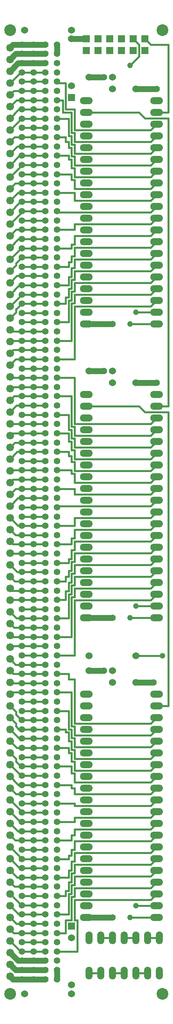
<source format=gbr>
G04 DesignSpark PCB Gerber Version 13.0 Build *
%FSLAX35Y35*%
%MOIN*%
%ADD28O,0.06000X0.11000*%
%ADD19R,0.06000X0.06000*%
%ADD14C,0.01500*%
%ADD15C,0.04800*%
%ADD12C,0.05000*%
%ADD71C,0.05512*%
%ADD13C,0.05600*%
%ADD70C,0.06000*%
%ADD18C,0.06614*%
%ADD16C,0.10000*%
%ADD17O,0.11000X0.06000*%
X0Y0D02*
D02*
D12*
X29221Y25112D02*
X21859D01*
X19221Y27750D01*
X29221Y32986D02*
X23985D01*
X19221Y37750D01*
X29221Y40860D02*
X26111D01*
X19221Y47750D01*
X29221Y804640D02*
X26111D01*
X19221Y797750D01*
X29221Y812514D02*
X23985D01*
X19221Y807750D01*
X29221Y820388D02*
X21859D01*
X19221Y817750D01*
X39221Y25112D02*
X29221D01*
X39221Y32986D02*
X29221D01*
X39221Y40860D02*
X29221D01*
X39221Y804640D02*
X29221D01*
X39221Y812514D02*
X29221D01*
X39221Y820388D02*
X29221D01*
X49221Y25112D02*
X39221D01*
X49221Y32986D02*
X39221D01*
X49221Y40860D02*
X39221D01*
X49221Y804640D02*
X39221D01*
X49221Y812514D02*
X39221D01*
X49221Y820388D02*
X39221D01*
X59221Y32986D02*
Y25112D01*
Y820388D02*
Y812514D01*
X84221Y332750D02*
X106721D01*
X84221Y582750D02*
X106721D01*
X84221Y825250D02*
X71721D01*
X99221Y287750D02*
X86721D01*
X99221Y542750D02*
X86721D01*
X99221Y792750D02*
X86721D01*
X106721Y77750D02*
X84221D01*
X126721Y277750D02*
X141721D01*
X126721Y532750D02*
X144221D01*
X126721Y782750D02*
X144221D01*
D02*
D13*
X99221Y287750D03*
Y542750D03*
Y792750D03*
X106721Y77750D03*
Y332750D03*
Y582750D03*
X141721Y277750D03*
X144221Y532750D03*
Y782750D03*
D02*
D14*
X19221Y587750D02*
X24221Y592750D01*
Y595250D01*
X24556D01*
X29221Y599915D01*
X19221Y627750D02*
X24221Y632750D01*
Y634285D01*
X29221Y639285D01*
Y48734D02*
X28237D01*
X19221Y57750D01*
X29221Y64482D02*
X22489D01*
X19221Y67750D01*
X29221Y72356D02*
X24615D01*
X19221Y77750D01*
X29221Y80230D02*
X26741D01*
X19221Y87750D01*
X29221Y88104D02*
X28867D01*
X19221Y97750D01*
X29221Y103852D02*
X23119D01*
X19221Y107750D01*
X29221Y111726D02*
X25245D01*
X19221Y117750D01*
X29221Y119600D02*
X27371D01*
X19221Y127750D01*
X29221Y127474D02*
Y127750D01*
X19221Y137750D01*
X29221Y143222D02*
X23749D01*
X19221Y147750D01*
X29221Y151096D02*
X25875D01*
X19221Y157750D01*
X29221Y158970D02*
X28001D01*
X19221Y167750D01*
X29221Y166844D02*
Y167750D01*
X19221Y177750D01*
X29221Y182593D02*
X24379D01*
X19221Y187750D01*
X29221Y190467D02*
X26505D01*
X19221Y197750D01*
X29221Y198341D02*
X28631D01*
X19221Y207750D01*
X29221Y206215D02*
X28257D01*
X24221Y210250D01*
Y212750D01*
X19221Y217750D01*
X29221Y221963D02*
X25009D01*
X19221Y227750D01*
X29221Y229837D02*
X27135D01*
X19221Y237750D01*
X29221Y237711D02*
X26761D01*
X24221Y240250D01*
Y242750D01*
X19221Y247750D01*
X29221Y245585D02*
X28887D01*
X24221Y250250D01*
Y252750D01*
X19221Y257750D01*
X29221Y269207D02*
X20678D01*
X19221Y267750D01*
X29221Y277081D02*
X19891D01*
X19221Y277750D01*
X29221Y284955D02*
X22017D01*
X19221Y287750D01*
X29221Y292829D02*
X24143D01*
X19221Y297750D01*
X29221Y308577D02*
X20048D01*
X19221Y307750D01*
X29221Y316451D02*
X20520D01*
X19221Y317750D01*
X29221Y324325D02*
X22646D01*
X19221Y327750D01*
X29221Y332199D02*
X24772D01*
X19221Y337750D01*
X29221Y347947D02*
X19418D01*
X19221Y347750D01*
X29221Y355821D02*
X21150D01*
X19221Y357750D01*
X29221Y363695D02*
X23276D01*
X19221Y367750D01*
X29221Y371569D02*
X25402D01*
X19221Y377750D01*
X29221Y387317D02*
X19654D01*
X19221Y387750D01*
X29221Y395191D02*
X21780D01*
X19221Y397750D01*
X29221Y403065D02*
X23906D01*
X19221Y407750D01*
X29221Y410939D02*
X26032D01*
X19221Y417750D01*
X29221Y434561D02*
X26032D01*
X19221Y427750D01*
X29221Y442435D02*
X23906D01*
X19221Y437750D01*
X29221Y450309D02*
X21780D01*
X19221Y447750D01*
X29221Y458183D02*
X19654D01*
X19221Y457750D01*
X29221Y473931D02*
X25402D01*
X19221Y467750D01*
X29221Y481805D02*
X23276D01*
X19221Y477750D01*
X29221Y489679D02*
X21150D01*
X19221Y487750D01*
X29221Y497553D02*
X19418D01*
X19221Y497750D01*
X29221Y513301D02*
X24772D01*
X19221Y507750D01*
X29221Y521175D02*
X22646D01*
X19221Y517750D01*
X29221Y529049D02*
X20520D01*
X19221Y527750D01*
X29221Y536923D02*
X20048D01*
X19221Y537750D01*
X29221Y552671D02*
X24143D01*
X19221Y547750D01*
X29221Y560545D02*
X22017D01*
X19221Y557750D01*
X29221Y568419D02*
X19891D01*
X19221Y567750D01*
X29221Y576293D02*
X20678D01*
X19221Y577750D01*
X29221Y607789D02*
Y607750D01*
X19221Y597750D01*
X29221Y615663D02*
X27135D01*
X19221Y607750D01*
X29221Y623537D02*
X25009D01*
X19221Y617750D01*
X29221Y647159D02*
X28631D01*
X19221Y637750D01*
X29221Y655033D02*
X26505D01*
X19221Y647750D01*
X29221Y662907D02*
X24379D01*
X19221Y657750D01*
X29221Y678656D02*
Y677750D01*
X19221Y667750D01*
X29221Y686530D02*
X28001D01*
X19221Y677750D01*
X29221Y694404D02*
X25875D01*
X19221Y687750D01*
X29221Y702278D02*
X23749D01*
X19221Y697750D01*
X29221Y718026D02*
Y717750D01*
X19221Y707750D01*
X29221Y725900D02*
X27371D01*
X19221Y717750D01*
X29221Y733774D02*
X25245D01*
X19221Y727750D01*
X29221Y741648D02*
X23119D01*
X19221Y737750D01*
X29221Y757396D02*
X28867D01*
X19221Y747750D01*
X29221Y765270D02*
X26741D01*
X19221Y757750D01*
X29221Y773144D02*
X24615D01*
X19221Y767750D01*
X29221Y781018D02*
X22489D01*
X19221Y777750D01*
X29221Y796766D02*
X28237D01*
X19221Y787750D01*
X39221Y48734D02*
X29221D01*
X39221Y56608D02*
X29221D01*
X39221Y64482D02*
X29221D01*
X39221Y72356D02*
X29221D01*
X39221Y80230D02*
X29221D01*
X39221Y88104D02*
X29221D01*
X39221Y95978D02*
X29221D01*
X39221Y103852D02*
X29221D01*
X39221Y111726D02*
X29221D01*
X39221Y119600D02*
X29221D01*
X39221Y127474D02*
X29221D01*
X39221Y135348D02*
X29221D01*
X39221Y143222D02*
X29221D01*
X39221Y151096D02*
X29221D01*
X39221Y158970D02*
X29221D01*
X39221Y166844D02*
X29221D01*
X39221Y174719D02*
X29221D01*
X39221Y182593D02*
X29221D01*
X39221Y190467D02*
X29221D01*
X39221Y198341D02*
X29221D01*
X39221Y206215D02*
X29221D01*
X39221Y214089D02*
X29221D01*
X39221Y221963D02*
X29221D01*
X39221Y229837D02*
X29221D01*
X39221Y237711D02*
X29221D01*
X39221Y245585D02*
X29221D01*
X39221Y253459D02*
X29221D01*
X39221Y261333D02*
X29221D01*
X39221Y269207D02*
X29221D01*
X39221Y277081D02*
X29221D01*
X39221Y284955D02*
X29221D01*
X39221Y292829D02*
X29221D01*
X39221Y300703D02*
X29221D01*
X39221Y308577D02*
X29221D01*
X39221Y316451D02*
X29221D01*
X39221Y324325D02*
X29221D01*
X39221Y332199D02*
X29221D01*
X39221Y340073D02*
X29221D01*
X39221Y347947D02*
X29221D01*
X39221Y355821D02*
X29221D01*
X39221Y363695D02*
X29221D01*
X39221Y371569D02*
X29221D01*
X39221Y379443D02*
X29221D01*
X39221Y387317D02*
X29221D01*
X39221Y395191D02*
X29221D01*
X39221Y403065D02*
X29221D01*
X39221Y410939D02*
X29221D01*
X39221Y418813D02*
X29221D01*
X39221Y426687D02*
X29221D01*
X39221Y434561D02*
X29221D01*
X39221Y442435D02*
X29221D01*
X39221Y450309D02*
X29221D01*
X39221Y458183D02*
X29221D01*
X39221Y466057D02*
X29221D01*
X39221Y473931D02*
X29221D01*
X39221Y481805D02*
X29221D01*
X39221Y489679D02*
X29221D01*
X39221Y497553D02*
X29221D01*
X39221Y505427D02*
X29221D01*
X39221Y513301D02*
X29221D01*
X39221Y521175D02*
X29221D01*
X39221Y529049D02*
X29221D01*
X39221Y536923D02*
X29221D01*
X39221Y544797D02*
X29221D01*
X39221Y552671D02*
X29221D01*
X39221Y560545D02*
X29221D01*
X39221Y568419D02*
X29221D01*
X39221Y576293D02*
X29221D01*
X39221Y584167D02*
X29221D01*
X39221Y592041D02*
X29221D01*
X39221Y599915D02*
X29221D01*
X39221Y607789D02*
X29221D01*
X39221Y615663D02*
X29221D01*
X39221Y623537D02*
X29221D01*
X39221Y631411D02*
X29221D01*
X39221Y639285D02*
X29221D01*
X39221Y647159D02*
X29221D01*
X39221Y655033D02*
X29221D01*
X39221Y662907D02*
X29221D01*
X39221Y670781D02*
X29221D01*
X39221Y678656D02*
X29221D01*
X39221Y686530D02*
X29221D01*
X39221Y694404D02*
X29221D01*
X39221Y702278D02*
X29221D01*
X39221Y710152D02*
X29221D01*
X39221Y718026D02*
X29221D01*
X39221Y725900D02*
X29221D01*
X39221Y733774D02*
X29221D01*
X39221Y741648D02*
X29221D01*
X39221Y749522D02*
X29221D01*
X39221Y757396D02*
X29221D01*
X39221Y765270D02*
X29221D01*
X39221Y773144D02*
X29221D01*
X39221Y781018D02*
X29221D01*
X39221Y788892D02*
X29221D01*
X39221Y796766D02*
X29221D01*
X49221Y48734D02*
X39221D01*
X49221Y56608D02*
X39221D01*
X49221Y64482D02*
X39221D01*
X49221Y72356D02*
X39221D01*
X49221Y80230D02*
X39221D01*
X49221Y88104D02*
X39221D01*
X49221Y95978D02*
X39221D01*
X49221Y103852D02*
X39221D01*
X49221Y111726D02*
X39221D01*
X49221Y119600D02*
X39221D01*
X49221Y127474D02*
X39221D01*
X49221Y135348D02*
X39221D01*
X49221Y143222D02*
X39221D01*
X49221Y151096D02*
X39221D01*
X49221Y158970D02*
X39221D01*
X49221Y166844D02*
X39221D01*
X49221Y174719D02*
X39221D01*
X49221Y182593D02*
X39221D01*
X49221Y190467D02*
X39221D01*
X49221Y198341D02*
X39221D01*
X49221Y206215D02*
X39221D01*
X49221Y214089D02*
X39221D01*
X49221Y221963D02*
X39221D01*
X49221Y229837D02*
X39221D01*
X49221Y237711D02*
X39221D01*
X49221Y245585D02*
X39221D01*
X49221Y253459D02*
X39221D01*
X49221Y261333D02*
X39221D01*
X49221Y269207D02*
X39221D01*
X49221Y277081D02*
X39221D01*
X49221Y284955D02*
X39221D01*
X49221Y292829D02*
X39221D01*
X49221Y300703D02*
X39221D01*
X49221Y308577D02*
X39221D01*
X49221Y316451D02*
X39221D01*
X49221Y324325D02*
X39221D01*
X49221Y332199D02*
X39221D01*
X49221Y340073D02*
X39221D01*
X49221Y347947D02*
X39221D01*
X49221Y355821D02*
X39221D01*
X49221Y363695D02*
X39221D01*
X49221Y371569D02*
X39221D01*
X49221Y379443D02*
X39221D01*
X49221Y387317D02*
X39221D01*
X49221Y395191D02*
X39221D01*
X49221Y403065D02*
X39221D01*
X49221Y410939D02*
X39221D01*
X49221Y418813D02*
X39221D01*
X49221Y426687D02*
X39221D01*
X49221Y434561D02*
X39221D01*
X49221Y442435D02*
X39221D01*
X49221Y450309D02*
X39221D01*
X49221Y458183D02*
X39221D01*
X49221Y466057D02*
X39221D01*
X49221Y473931D02*
X39221D01*
X49221Y481805D02*
X39221D01*
X49221Y489679D02*
X39221D01*
X49221Y497553D02*
X39221D01*
X49221Y505427D02*
X39221D01*
X49221Y513301D02*
X39221D01*
X49221Y521175D02*
X39221D01*
X49221Y529049D02*
X39221D01*
X49221Y536923D02*
X39221D01*
X49221Y544797D02*
X39221D01*
X49221Y552671D02*
X39221D01*
X49221Y560545D02*
X39221D01*
X49221Y568419D02*
X39221D01*
X49221Y576293D02*
X39221D01*
X49221Y584167D02*
X39221D01*
X49221Y592041D02*
X39221D01*
X49221Y599915D02*
X39221D01*
X49221Y607789D02*
X39221D01*
X49221Y615663D02*
X39221D01*
X49221Y623537D02*
X39221D01*
X49221Y631411D02*
X39221D01*
X49221Y639285D02*
X39221D01*
X49221Y647159D02*
X39221D01*
X49221Y655033D02*
X39221D01*
X49221Y662907D02*
X39221D01*
X49221Y670781D02*
X39221D01*
X49221Y678656D02*
X39221D01*
X49221Y686530D02*
X39221D01*
X49221Y694404D02*
X39221D01*
X49221Y702278D02*
X39221D01*
X49221Y710152D02*
X39221D01*
X49221Y718026D02*
X39221D01*
X49221Y725900D02*
X39221D01*
X49221Y733774D02*
X39221D01*
X49221Y741648D02*
X39221D01*
X49221Y749522D02*
X39221D01*
X49221Y757396D02*
X39221D01*
X49221Y765270D02*
X39221D01*
X49221Y773144D02*
X39221D01*
X49221Y781018D02*
X39221D01*
X49221Y788892D02*
X39221D01*
X49221Y796766D02*
X39221D01*
X59221Y80230D02*
X69221D01*
X59221Y111726D02*
X69221D01*
X59221Y127474D02*
X66721D01*
X59221Y143222D02*
X71721D01*
X59221Y158970D02*
X74221D01*
Y162750D01*
X139221D01*
X144221Y167750D01*
X59221Y174719D02*
X74221D01*
Y172750D01*
X139221D01*
X144221Y177750D01*
X59221Y190467D02*
X71721D01*
Y187750D01*
X74221D01*
Y182750D01*
X139221D01*
X144221Y187750D01*
X59221Y206215D02*
X71721D01*
Y200250D01*
X74221D01*
Y192750D01*
X139221D01*
X144221Y197750D01*
X59221Y221963D02*
X69221D01*
Y217750D01*
X71721D01*
Y210250D01*
X74221D01*
Y202750D01*
X139221D01*
X144221Y207750D01*
X59221Y237711D02*
X66721D01*
Y235250D01*
X69221D01*
Y227750D01*
X71721D01*
Y220250D01*
X74221D01*
Y212750D01*
X139221D01*
X144221Y217750D01*
X59221Y253459D02*
X69221D01*
Y237750D01*
X71721D01*
Y230250D01*
X74221D01*
Y222750D01*
X139221D01*
X144221Y227750D01*
X59221Y269207D02*
X71721D01*
Y240250D01*
X74221D01*
Y232750D01*
X139221D01*
X144221Y237750D01*
X59221Y284955D02*
X69221D01*
Y280250D01*
X74221D01*
Y242750D01*
X139221D01*
X144221Y247750D01*
X59221Y300703D02*
X66721D01*
X59221Y316451D02*
X66721D01*
X59221Y332199D02*
X66721D01*
X59221Y347947D02*
X66721D01*
X59221Y363695D02*
X66721D01*
X59221Y410939D02*
X74221D01*
Y417750D01*
X139221D01*
X144221Y422750D01*
X59221Y442435D02*
X74221D01*
Y437750D01*
X139221D01*
X144221Y442750D01*
X59221Y458183D02*
X71721D01*
Y455250D01*
X74221D01*
Y447750D01*
X139221D01*
X144221Y452750D01*
X59221Y473931D02*
X69221D01*
Y470250D01*
X71721D01*
Y465250D01*
X74221D01*
Y457750D01*
X139221D01*
X144221Y462750D01*
X59221Y489679D02*
X69221D01*
Y482750D01*
X71721D01*
Y475250D01*
X74221D01*
Y467750D01*
X139221D01*
X144221Y472750D01*
X59221Y505427D02*
X69221D01*
Y492750D01*
X71721D01*
Y485250D01*
X74221D01*
Y477750D01*
X139221D01*
X144221Y482750D01*
X59221Y521175D02*
X71721D01*
Y495250D01*
X74221D01*
Y487750D01*
X139221D01*
X144221Y492750D01*
X59221Y536923D02*
X74221D01*
Y497750D01*
X139221D01*
X144221Y502750D01*
X59221Y552671D02*
X66721D01*
X59221Y584167D02*
X69221D01*
Y602750D01*
X71721D01*
Y610250D01*
X74221D01*
Y617750D01*
X139221D01*
X144221Y622750D01*
X59221Y599915D02*
X66721D01*
X59221Y615663D02*
X66721D01*
X59221Y631411D02*
X66721D01*
X59221Y647159D02*
X66721D01*
X59221Y662907D02*
X74221D01*
Y667750D01*
X139221D01*
X144221Y672750D01*
X59221Y694404D02*
X74221D01*
Y687750D01*
X139221D01*
X144221Y692750D01*
X59221Y710152D02*
X71721D01*
Y705250D01*
X74221D01*
Y697750D01*
X139221D01*
X144221Y702750D01*
X71721Y107750D02*
X69221D01*
Y100250D01*
X66721D01*
Y95978D01*
X59221D01*
X71721Y568419D02*
X59221D01*
X84221Y512750D02*
X129221D01*
X134221Y507750D01*
X154221D01*
Y257750D01*
X144221D01*
X84221Y762750D02*
X129221D01*
X134221Y757750D01*
X154221D01*
Y512750D01*
X144221D01*
X86721Y30250D02*
X96721D01*
Y60250D02*
X106721D01*
Y30250D02*
X116721D01*
Y60250D02*
X126721D01*
X121721Y77750D02*
X144221D01*
X121721Y332750D02*
X144221D01*
X121721Y582750D02*
X144221D01*
X124221Y825250D02*
X129221Y820250D01*
Y810250D01*
X121721Y802750D01*
X126721Y30250D02*
X136721D01*
X126721Y87750D02*
X144221D01*
X126721Y300250D02*
X149221D01*
X126721Y342750D02*
X144221D01*
X126721Y592750D02*
X144221D01*
X134221Y825250D02*
X139221Y820250D01*
X154221D01*
X136721Y60250D02*
X146721D01*
X144221Y97750D02*
X139221Y92750D01*
X74221D01*
Y75250D01*
X76721D01*
Y48734D01*
X59221D01*
X144221Y107750D02*
X139221Y102750D01*
X74221D01*
Y95250D01*
X71721D01*
Y75250D01*
X66721D01*
Y64482D01*
X59221D01*
X144221Y117750D02*
X139221Y112750D01*
X74221D01*
Y105250D01*
X71721D01*
Y97750D01*
X69221D01*
Y80230D01*
X144221Y127750D02*
X139221Y122750D01*
X74221D01*
Y115250D01*
X71721D01*
Y107750D01*
X144221Y137750D02*
X139221Y132750D01*
X74221D01*
Y125250D01*
X71721D01*
Y117750D01*
X69221D01*
Y111726D01*
X144221Y147750D02*
X139221Y142750D01*
X74221D01*
Y135250D01*
X71721D01*
Y130250D01*
X69221D01*
Y127474D01*
X66721D01*
X144221Y157750D02*
X139221Y152750D01*
X74221D01*
Y147750D01*
X71721D01*
Y143222D01*
X144221Y352750D02*
X139221Y347750D01*
X74221D01*
Y300703D01*
X66721D01*
X144221Y362750D02*
X139221Y357750D01*
X74221D01*
Y350250D01*
X71721D01*
Y316451D01*
X66721D01*
X144221Y372750D02*
X139221Y367750D01*
X74221D01*
Y360250D01*
X71721D01*
Y352750D01*
X69221D01*
Y332199D01*
X66721D01*
X144221Y382750D02*
X139221Y377750D01*
X74221D01*
Y370250D01*
X71721D01*
Y362750D01*
X69221D01*
Y355250D01*
X66721D01*
Y347947D01*
X144221Y392750D02*
X139221Y387750D01*
X74221D01*
Y380250D01*
X71721D01*
Y372750D01*
X69221D01*
Y367750D01*
X66721D01*
Y363695D01*
X144221Y402750D02*
X139221Y397750D01*
X74221D01*
Y390250D01*
X71721D01*
Y382750D01*
X69221D01*
Y379443D01*
X59221D01*
X144221Y412750D02*
X139221Y407750D01*
X74221D01*
Y400250D01*
X71721D01*
Y395191D01*
X59221D01*
X144221Y432750D02*
X139221Y427750D01*
X60284D01*
X59221Y426687D01*
X144221Y602750D02*
X139221Y597750D01*
X74221D01*
Y552671D01*
X66721D01*
X144221Y612750D02*
X139221Y607750D01*
X74221D01*
Y600250D01*
X71721D01*
Y568419D01*
X144221Y632750D02*
X139221Y627750D01*
X74221D01*
Y620250D01*
X71721D01*
Y612750D01*
X69221D01*
Y605250D01*
X66721D01*
Y599915D01*
X144221Y642750D02*
X139221Y637750D01*
X74221D01*
Y630250D01*
X71721D01*
Y622750D01*
X69221D01*
Y615663D01*
X66721D01*
X144221Y652750D02*
X139221Y647750D01*
X74221D01*
Y640250D01*
X71721D01*
Y635250D01*
X69221D01*
Y631411D01*
X66721D01*
X144221Y662750D02*
X139221Y657750D01*
X74221D01*
Y650250D01*
X71721D01*
Y647159D01*
X66721D01*
X144221Y682750D02*
X139221Y677750D01*
X60127D01*
X59221Y678656D01*
X144221Y712750D02*
X139221Y707750D01*
X74221D01*
Y715250D01*
X71721D01*
Y722750D01*
X69221D01*
Y725900D01*
X59221D01*
X144221Y722750D02*
X139221Y717750D01*
X74221D01*
Y725250D01*
X71721D01*
Y732750D01*
X69221D01*
Y737750D01*
X66721D01*
Y741648D01*
X59221D01*
X144221Y732750D02*
X139221Y727750D01*
X74221D01*
Y735250D01*
X71721D01*
Y742750D01*
X69221D01*
Y757396D01*
X59221D01*
X144221Y742750D02*
X139221Y737750D01*
X74221D01*
Y745250D01*
X71721D01*
Y762750D01*
X64221D01*
Y773144D01*
X59221D01*
X144221Y752750D02*
X139221Y747750D01*
X74221D01*
Y765250D01*
X66721D01*
Y787750D01*
X60363D01*
X59221Y788892D01*
X144221Y762750D02*
X154221D01*
Y820250D01*
D02*
D15*
X121721Y77750D03*
Y332750D03*
Y582750D03*
Y802750D03*
X126721Y87750D03*
Y342750D03*
Y592750D03*
X149221Y300250D03*
D02*
D16*
X19221Y12750D03*
Y832750D03*
X149221Y12750D03*
Y832750D03*
D02*
D17*
X84221Y77750D03*
Y87750D03*
Y97750D03*
Y107750D03*
Y117750D03*
Y127750D03*
Y137750D03*
Y147750D03*
Y157750D03*
Y167750D03*
Y177750D03*
Y187750D03*
Y197750D03*
Y207750D03*
Y217750D03*
Y227750D03*
Y237750D03*
Y247750D03*
Y257750D03*
Y267750D03*
Y332750D03*
Y342750D03*
Y352750D03*
Y362750D03*
Y372750D03*
Y382750D03*
Y392750D03*
Y402750D03*
Y412750D03*
Y422750D03*
Y432750D03*
Y442750D03*
Y452750D03*
Y462750D03*
Y472750D03*
Y482750D03*
Y492750D03*
Y502750D03*
Y512750D03*
Y522750D03*
Y582750D03*
Y592750D03*
Y602750D03*
Y612750D03*
Y622750D03*
Y632750D03*
Y642750D03*
Y652750D03*
Y662750D03*
Y672750D03*
Y682750D03*
Y692750D03*
Y702750D03*
Y712750D03*
Y722750D03*
Y732750D03*
Y742750D03*
Y752750D03*
Y762750D03*
Y772750D03*
X144221Y77750D03*
Y87750D03*
Y97750D03*
Y107750D03*
Y117750D03*
Y127750D03*
Y137750D03*
Y147750D03*
Y157750D03*
Y167750D03*
Y177750D03*
Y187750D03*
Y197750D03*
Y207750D03*
Y217750D03*
Y227750D03*
Y237750D03*
Y247750D03*
Y257750D03*
Y267750D03*
Y332750D03*
Y342750D03*
Y352750D03*
Y362750D03*
Y372750D03*
Y382750D03*
Y392750D03*
Y402750D03*
Y412750D03*
Y422750D03*
Y432750D03*
Y442750D03*
Y452750D03*
Y462750D03*
Y472750D03*
Y482750D03*
Y492750D03*
Y502750D03*
Y512750D03*
Y522750D03*
Y582750D03*
Y592750D03*
Y602750D03*
Y612750D03*
Y622750D03*
Y632750D03*
Y642750D03*
Y652750D03*
Y662750D03*
Y672750D03*
Y682750D03*
Y692750D03*
Y702750D03*
Y712750D03*
Y722750D03*
Y732750D03*
Y742750D03*
Y752750D03*
Y762750D03*
Y772750D03*
D02*
D18*
X19221Y27750D03*
Y37750D03*
Y47750D03*
Y57750D03*
Y67750D03*
Y77750D03*
Y87750D03*
Y97750D03*
Y107750D03*
Y117750D03*
Y127750D03*
Y137750D03*
Y147750D03*
Y157750D03*
Y167750D03*
Y177750D03*
Y187750D03*
Y197750D03*
Y207750D03*
Y217750D03*
Y227750D03*
Y237750D03*
Y247750D03*
Y257750D03*
Y267750D03*
Y277750D03*
Y287750D03*
Y297750D03*
Y307750D03*
Y317750D03*
Y327750D03*
Y337750D03*
Y347750D03*
Y357750D03*
Y367750D03*
Y377750D03*
Y387750D03*
Y397750D03*
Y407750D03*
Y417750D03*
Y427750D03*
Y437750D03*
Y447750D03*
Y457750D03*
Y467750D03*
Y477750D03*
Y487750D03*
Y497750D03*
Y507750D03*
Y517750D03*
Y527750D03*
Y537750D03*
Y547750D03*
Y557750D03*
Y567750D03*
Y577750D03*
Y587750D03*
Y597750D03*
Y607750D03*
Y617750D03*
Y627750D03*
Y637750D03*
Y647750D03*
Y657750D03*
Y667750D03*
Y677750D03*
Y687750D03*
Y697750D03*
Y707750D03*
Y717750D03*
Y727750D03*
Y737750D03*
Y747750D03*
Y757750D03*
Y767750D03*
Y777750D03*
Y787750D03*
Y797750D03*
Y807750D03*
Y817750D03*
D02*
D19*
X71721Y70250D03*
Y775250D03*
X84221Y815250D03*
Y825250D03*
X94221Y815250D03*
Y825250D03*
X104221Y815250D03*
Y825250D03*
X114221Y815250D03*
Y825250D03*
X124221Y815250D03*
Y825250D03*
X134221Y815250D03*
Y825250D03*
D02*
D70*
X31721Y12750D03*
Y832750D03*
X71721Y12750D03*
Y20250D03*
Y60250D03*
Y785250D03*
Y825250D03*
Y832750D03*
X86721Y287750D03*
Y300250D03*
Y542750D03*
Y792750D03*
X106721Y277750D03*
Y287750D03*
Y532750D03*
Y542750D03*
Y782750D03*
Y792750D03*
X126721Y277750D03*
Y300250D03*
Y532750D03*
Y782750D03*
D02*
D71*
X29221Y25112D03*
Y32986D03*
Y40860D03*
Y48734D03*
Y56608D03*
Y64482D03*
Y72356D03*
Y80230D03*
Y88104D03*
Y95978D03*
Y103852D03*
Y111726D03*
Y119600D03*
Y127474D03*
Y135348D03*
Y143222D03*
Y151096D03*
Y158970D03*
Y166844D03*
Y174719D03*
Y182593D03*
Y190467D03*
Y198341D03*
Y206215D03*
Y214089D03*
Y221963D03*
Y229837D03*
Y237711D03*
Y245585D03*
Y253459D03*
Y261333D03*
Y269207D03*
Y277081D03*
Y284955D03*
Y292829D03*
Y300703D03*
Y308577D03*
Y316451D03*
Y324325D03*
Y332199D03*
Y340073D03*
Y347947D03*
Y355821D03*
Y363695D03*
Y371569D03*
Y379443D03*
Y387317D03*
Y395191D03*
Y403065D03*
Y410939D03*
Y418813D03*
Y426687D03*
Y434561D03*
Y442435D03*
Y450309D03*
Y458183D03*
Y466057D03*
Y473931D03*
Y481805D03*
Y489679D03*
Y497553D03*
Y505427D03*
Y513301D03*
Y521175D03*
Y529049D03*
Y536923D03*
Y544797D03*
Y552671D03*
Y560545D03*
Y568419D03*
Y576293D03*
Y584167D03*
Y592041D03*
Y599915D03*
Y607789D03*
Y615663D03*
Y623537D03*
Y631411D03*
Y639285D03*
Y647159D03*
Y655033D03*
Y662907D03*
Y670781D03*
Y678656D03*
Y686530D03*
Y694404D03*
Y702278D03*
Y710152D03*
Y718026D03*
Y725900D03*
Y733774D03*
Y741648D03*
Y749522D03*
Y757396D03*
Y765270D03*
Y773144D03*
Y781018D03*
Y788892D03*
Y796766D03*
Y804640D03*
Y812514D03*
Y820388D03*
X39221Y25112D03*
Y32986D03*
Y40860D03*
Y48734D03*
Y56608D03*
Y64482D03*
Y72356D03*
Y80230D03*
Y88104D03*
Y95978D03*
Y103852D03*
Y111726D03*
Y119600D03*
Y127474D03*
Y135348D03*
Y143222D03*
Y151096D03*
Y158970D03*
Y166844D03*
Y174719D03*
Y182593D03*
Y190467D03*
Y198341D03*
Y206215D03*
Y214089D03*
Y221963D03*
Y229837D03*
Y237711D03*
Y245585D03*
Y253459D03*
Y261333D03*
Y269207D03*
Y277081D03*
Y284955D03*
Y292829D03*
Y300703D03*
Y308577D03*
Y316451D03*
Y324325D03*
Y332199D03*
Y340073D03*
Y347947D03*
Y355821D03*
Y363695D03*
Y371569D03*
Y379443D03*
Y387317D03*
Y395191D03*
Y403065D03*
Y410939D03*
Y418813D03*
Y426687D03*
Y434561D03*
Y442435D03*
Y450309D03*
Y458183D03*
Y466057D03*
Y473931D03*
Y481805D03*
Y489679D03*
Y497553D03*
Y505427D03*
Y513301D03*
Y521175D03*
Y529049D03*
Y536923D03*
Y544797D03*
Y552671D03*
Y560545D03*
Y568419D03*
Y576293D03*
Y584167D03*
Y592041D03*
Y599915D03*
Y607789D03*
Y615663D03*
Y623537D03*
Y631411D03*
Y639285D03*
Y647159D03*
Y655033D03*
Y662907D03*
Y670781D03*
Y678656D03*
Y686530D03*
Y694404D03*
Y702278D03*
Y710152D03*
Y718026D03*
Y725900D03*
Y733774D03*
Y741648D03*
Y749522D03*
Y757396D03*
Y765270D03*
Y773144D03*
Y781018D03*
Y788892D03*
Y796766D03*
Y804640D03*
Y812514D03*
Y820388D03*
X49221Y25112D03*
Y32986D03*
Y40860D03*
Y48734D03*
Y56608D03*
Y64482D03*
Y72356D03*
Y80230D03*
Y88104D03*
Y95978D03*
Y103852D03*
Y111726D03*
Y119600D03*
Y127474D03*
Y135348D03*
Y143222D03*
Y151096D03*
Y158970D03*
Y166844D03*
Y174719D03*
Y182593D03*
Y190467D03*
Y198341D03*
Y206215D03*
Y214089D03*
Y221963D03*
Y229837D03*
Y237711D03*
Y245585D03*
Y253459D03*
Y261333D03*
Y269207D03*
Y277081D03*
Y284955D03*
Y292829D03*
Y300703D03*
Y308577D03*
Y316451D03*
Y324325D03*
Y332199D03*
Y340073D03*
Y347947D03*
Y355821D03*
Y363695D03*
Y371569D03*
Y379443D03*
Y387317D03*
Y395191D03*
Y403065D03*
Y410939D03*
Y418813D03*
Y426687D03*
Y434561D03*
Y442435D03*
Y450309D03*
Y458183D03*
Y466057D03*
Y473931D03*
Y481805D03*
Y489679D03*
Y497553D03*
Y505427D03*
Y513301D03*
Y521175D03*
Y529049D03*
Y536923D03*
Y544797D03*
Y552671D03*
Y560545D03*
Y568419D03*
Y576293D03*
Y584167D03*
Y592041D03*
Y599915D03*
Y607789D03*
Y615663D03*
Y623537D03*
Y631411D03*
Y639285D03*
Y647159D03*
Y655033D03*
Y662907D03*
Y670781D03*
Y678656D03*
Y686530D03*
Y694404D03*
Y702278D03*
Y710152D03*
Y718026D03*
Y725900D03*
Y733774D03*
Y741648D03*
Y749522D03*
Y757396D03*
Y765270D03*
Y773144D03*
Y781018D03*
Y788892D03*
Y796766D03*
Y804640D03*
Y812514D03*
Y820388D03*
X59221Y25112D03*
Y32986D03*
Y40860D03*
Y48734D03*
Y56608D03*
Y64482D03*
Y72356D03*
Y80230D03*
Y88104D03*
Y95978D03*
Y103852D03*
Y111726D03*
Y119600D03*
Y127474D03*
Y135348D03*
Y143222D03*
Y151096D03*
Y158970D03*
Y166844D03*
Y174719D03*
Y182593D03*
Y190467D03*
Y198341D03*
Y206215D03*
Y214089D03*
Y221963D03*
Y229837D03*
Y237711D03*
Y245585D03*
Y253459D03*
Y261333D03*
Y269207D03*
Y277081D03*
Y284955D03*
Y292829D03*
Y300703D03*
Y308577D03*
Y316451D03*
Y324325D03*
Y332199D03*
Y340073D03*
Y347947D03*
Y355821D03*
Y363695D03*
Y371569D03*
Y379443D03*
Y387317D03*
Y395191D03*
Y403065D03*
Y410939D03*
Y418813D03*
Y426687D03*
Y434561D03*
Y442435D03*
Y450309D03*
Y458183D03*
Y466057D03*
Y473931D03*
Y481805D03*
Y489679D03*
Y497553D03*
Y505427D03*
Y513301D03*
Y521175D03*
Y529049D03*
Y536923D03*
Y544797D03*
Y552671D03*
Y560545D03*
Y568419D03*
Y576293D03*
Y584167D03*
Y592041D03*
Y599915D03*
Y607789D03*
Y615663D03*
Y623537D03*
Y631411D03*
Y639285D03*
Y647159D03*
Y655033D03*
Y662907D03*
Y670781D03*
Y678656D03*
Y686530D03*
Y694404D03*
Y702278D03*
Y710152D03*
Y718026D03*
Y725900D03*
Y733774D03*
Y741648D03*
Y749522D03*
Y757396D03*
Y765270D03*
Y773144D03*
Y781018D03*
Y788892D03*
Y796766D03*
Y804640D03*
Y812514D03*
Y820388D03*
D02*
D28*
X86721Y30250D03*
Y60250D03*
X96721Y30250D03*
Y60250D03*
X106721Y30250D03*
Y60250D03*
X116721Y30250D03*
Y60250D03*
X126721Y30250D03*
Y60250D03*
X136721Y30250D03*
Y60250D03*
X146721Y30250D03*
Y60250D03*
X0Y0D02*
M02*

</source>
